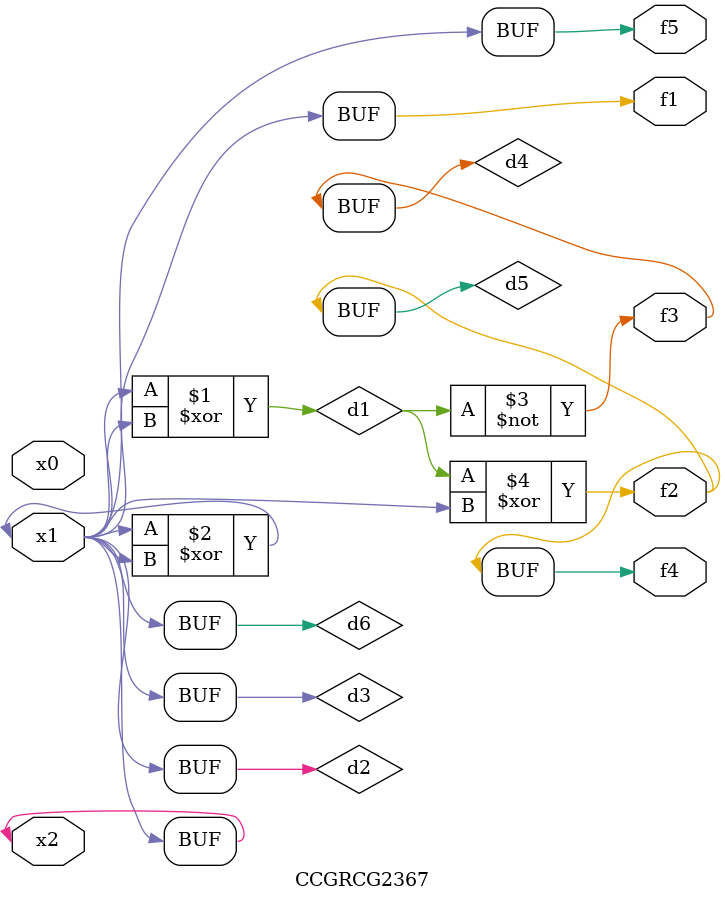
<source format=v>
module CCGRCG2367(
	input x0, x1, x2,
	output f1, f2, f3, f4, f5
);

	wire d1, d2, d3, d4, d5, d6;

	xor (d1, x1, x2);
	buf (d2, x1, x2);
	xor (d3, x1, x2);
	nor (d4, d1);
	xor (d5, d1, d2);
	buf (d6, d2, d3);
	assign f1 = d6;
	assign f2 = d5;
	assign f3 = d4;
	assign f4 = d5;
	assign f5 = d6;
endmodule

</source>
